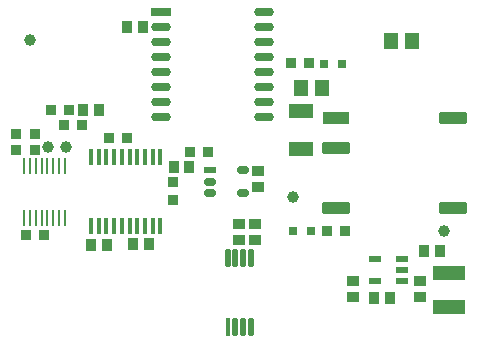
<source format=gtp>
G04*
G04 #@! TF.GenerationSoftware,Altium Limited,Altium Designer,19.1.8 (144)*
G04*
G04 Layer_Color=8421504*
%FSLAX25Y25*%
%MOIN*%
G70*
G01*
G75*
%ADD17R,0.03543X0.03937*%
%ADD18R,0.03347X0.03347*%
%ADD19R,0.06693X0.02992*%
%ADD20R,0.03937X0.03543*%
%ADD21R,0.03347X0.03347*%
%ADD22R,0.00943X0.05456*%
%ADD23O,0.00943X0.05456*%
%ADD24O,0.06693X0.02992*%
G04:AMPARAMS|DCode=25|XSize=59.06mil|YSize=17.72mil|CornerRadius=4.43mil|HoleSize=0mil|Usage=FLASHONLY|Rotation=90.000|XOffset=0mil|YOffset=0mil|HoleType=Round|Shape=RoundedRectangle|*
%AMROUNDEDRECTD25*
21,1,0.05906,0.00886,0,0,90.0*
21,1,0.05020,0.01772,0,0,90.0*
1,1,0.00886,0.00443,0.02510*
1,1,0.00886,0.00443,-0.02510*
1,1,0.00886,-0.00443,-0.02510*
1,1,0.00886,-0.00443,0.02510*
%
%ADD25ROUNDEDRECTD25*%
%ADD26R,0.01772X0.05906*%
%ADD27R,0.01772X0.05709*%
%ADD28R,0.03937X0.02362*%
G04:AMPARAMS|DCode=29|XSize=23.62mil|YSize=39.37mil|CornerRadius=5.91mil|HoleSize=0mil|Usage=FLASHONLY|Rotation=90.000|XOffset=0mil|YOffset=0mil|HoleType=Round|Shape=RoundedRectangle|*
%AMROUNDEDRECTD29*
21,1,0.02362,0.02756,0,0,90.0*
21,1,0.01181,0.03937,0,0,90.0*
1,1,0.01181,0.01378,0.00591*
1,1,0.01181,0.01378,-0.00591*
1,1,0.01181,-0.01378,-0.00591*
1,1,0.01181,-0.01378,0.00591*
%
%ADD29ROUNDEDRECTD29*%
%ADD30C,0.03937*%
%ADD31R,0.04134X0.02362*%
G04:AMPARAMS|DCode=32|XSize=39.37mil|YSize=90.16mil|CornerRadius=3.94mil|HoleSize=0mil|Usage=FLASHONLY|Rotation=270.000|XOffset=0mil|YOffset=0mil|HoleType=Round|Shape=RoundedRectangle|*
%AMROUNDEDRECTD32*
21,1,0.03937,0.08228,0,0,270.0*
21,1,0.03150,0.09016,0,0,270.0*
1,1,0.00787,-0.04114,-0.01575*
1,1,0.00787,-0.04114,0.01575*
1,1,0.00787,0.04114,0.01575*
1,1,0.00787,0.04114,-0.01575*
%
%ADD32ROUNDEDRECTD32*%
%ADD33R,0.09016X0.03937*%
%ADD34R,0.03150X0.03150*%
%ADD35R,0.07874X0.04724*%
%ADD36R,0.04528X0.05512*%
%ADD37R,0.10630X0.05118*%
D17*
X26083Y92913D02*
D03*
X31398D02*
D03*
X61713Y73622D02*
D03*
X56398D02*
D03*
X42913Y48031D02*
D03*
X48228D02*
D03*
X34154Y47638D02*
D03*
X28839D02*
D03*
X46063Y120472D02*
D03*
X40748D02*
D03*
X139842Y45669D02*
D03*
X145158D02*
D03*
X128657Y30169D02*
D03*
X123343D02*
D03*
D18*
X19783Y87795D02*
D03*
X25886D02*
D03*
X68012Y78740D02*
D03*
X61910D02*
D03*
X40846Y83465D02*
D03*
X34744D02*
D03*
X21555Y92913D02*
D03*
X15453D02*
D03*
X13287Y51181D02*
D03*
X7185D02*
D03*
X10138Y84646D02*
D03*
X4035D02*
D03*
Y79528D02*
D03*
X10138D02*
D03*
X107579Y52362D02*
D03*
X113681D02*
D03*
X101575Y108268D02*
D03*
X95472D02*
D03*
D19*
X52181Y125409D02*
D03*
D20*
X84646Y67126D02*
D03*
Y72441D02*
D03*
X83465Y49311D02*
D03*
Y54626D02*
D03*
X78300Y49311D02*
D03*
Y54626D02*
D03*
X116100Y35727D02*
D03*
Y30412D02*
D03*
X138500Y35727D02*
D03*
Y30412D02*
D03*
D21*
X56299Y62697D02*
D03*
Y68799D02*
D03*
D22*
X6491Y56754D02*
D03*
D23*
X8461D02*
D03*
X10431D02*
D03*
X12401D02*
D03*
X14371D02*
D03*
X16341D02*
D03*
X18311D02*
D03*
X20281D02*
D03*
Y73954D02*
D03*
X18311D02*
D03*
X16341D02*
D03*
X14371D02*
D03*
X12401D02*
D03*
X10431D02*
D03*
X8461D02*
D03*
X6491D02*
D03*
D24*
X86630Y125409D02*
D03*
Y90409D02*
D03*
Y95410D02*
D03*
Y100409D02*
D03*
Y105409D02*
D03*
Y110409D02*
D03*
Y115409D02*
D03*
Y120409D02*
D03*
X52181Y90409D02*
D03*
Y95410D02*
D03*
Y100409D02*
D03*
Y105409D02*
D03*
Y110409D02*
D03*
Y115409D02*
D03*
Y120409D02*
D03*
D25*
X82110Y43307D02*
D03*
X79551D02*
D03*
X76992D02*
D03*
X74433D02*
D03*
X82110Y20472D02*
D03*
X79551D02*
D03*
X76992D02*
D03*
D26*
X74433D02*
D03*
D27*
X28937Y53937D02*
D03*
X31496D02*
D03*
X34055D02*
D03*
X36614D02*
D03*
X39173D02*
D03*
X41732D02*
D03*
X44291D02*
D03*
X46850D02*
D03*
X49409D02*
D03*
X51968D02*
D03*
X28937Y77165D02*
D03*
X31496D02*
D03*
X34055D02*
D03*
X36614D02*
D03*
X39173D02*
D03*
X41732D02*
D03*
X44291D02*
D03*
X46850D02*
D03*
X49409D02*
D03*
X51968D02*
D03*
D28*
X68602Y72638D02*
D03*
D29*
Y68898D02*
D03*
Y65158D02*
D03*
X79429D02*
D03*
Y72638D02*
D03*
D30*
X20472Y80315D02*
D03*
X14567D02*
D03*
X8661Y116142D02*
D03*
X96260Y63583D02*
D03*
X146480Y52362D02*
D03*
D31*
X132500Y35669D02*
D03*
Y39409D02*
D03*
Y43150D02*
D03*
X123445D02*
D03*
Y35669D02*
D03*
D32*
X110614Y59961D02*
D03*
Y79961D02*
D03*
X149630Y89961D02*
D03*
Y59961D02*
D03*
D33*
X110614Y89961D02*
D03*
D34*
X102165Y52402D02*
D03*
X96260D02*
D03*
X106496Y108228D02*
D03*
X112402D02*
D03*
D35*
X99000Y92268D02*
D03*
Y79669D02*
D03*
D36*
X135728Y115748D02*
D03*
X128839D02*
D03*
X98917Y100000D02*
D03*
X105807D02*
D03*
D37*
X148161Y27125D02*
D03*
Y38543D02*
D03*
M02*

</source>
